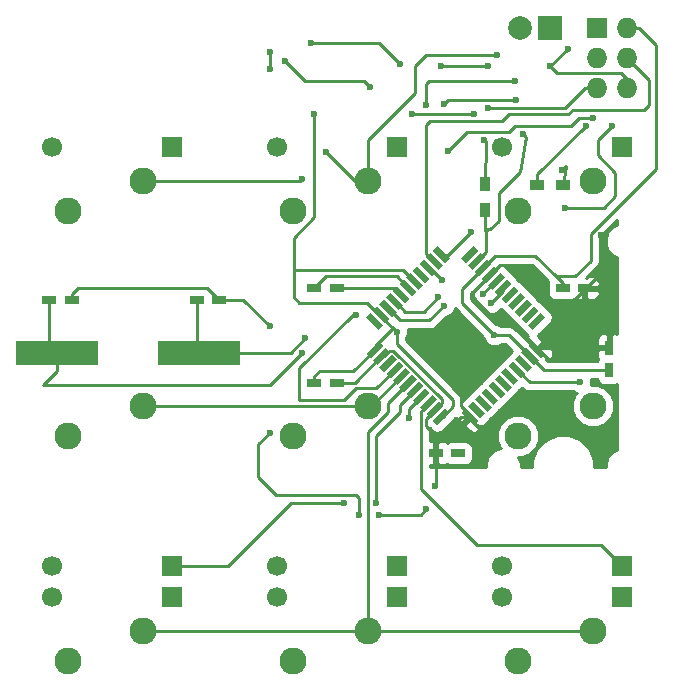
<source format=gbr>
G04 #@! TF.FileFunction,Copper,L2,Bot,Signal*
%FSLAX46Y46*%
G04 Gerber Fmt 4.6, Leading zero omitted, Abs format (unit mm)*
G04 Created by KiCad (PCBNEW 4.0.2-stable) date 4/25/2016 1:55:35 PM*
%MOMM*%
G01*
G04 APERTURE LIST*
%ADD10C,0.100000*%
%ADD11C,2.286000*%
%ADD12R,1.200000X0.750000*%
%ADD13R,0.750000X1.200000*%
%ADD14C,1.699260*%
%ADD15R,1.699260X1.699260*%
%ADD16R,2.000000X2.000000*%
%ADD17C,2.000000*%
%ADD18R,0.900000X1.200000*%
%ADD19R,1.727200X1.727200*%
%ADD20O,1.727200X1.727200*%
%ADD21R,7.000000X2.000000*%
%ADD22R,1.200000X0.900000*%
%ADD23C,0.600000*%
%ADD24C,0.250000*%
%ADD25C,0.254000*%
G04 APERTURE END LIST*
D10*
D11*
X72540000Y-113970000D03*
X66190000Y-116510000D03*
D12*
X64580509Y-104969491D03*
X66480509Y-104969491D03*
X77080509Y-104969491D03*
X78980509Y-104969491D03*
X87050000Y-104000000D03*
X88950000Y-104000000D03*
D13*
X112000000Y-110950000D03*
X112000000Y-109050000D03*
D12*
X108050000Y-104000000D03*
X109950000Y-104000000D03*
X87050000Y-112000000D03*
X88950000Y-112000000D03*
X99230509Y-117969491D03*
X97330509Y-117969491D03*
D14*
X64839480Y-92002540D03*
D15*
X74999480Y-92002540D03*
D14*
X64839480Y-127502540D03*
D15*
X74999480Y-127502540D03*
D14*
X64839480Y-130102540D03*
D15*
X74999480Y-130102540D03*
D14*
X83889480Y-92002540D03*
D15*
X94049480Y-92002540D03*
D14*
X83889480Y-127502540D03*
D15*
X94049480Y-127502540D03*
D14*
X83889480Y-130102540D03*
D15*
X94049480Y-130102540D03*
D14*
X102939480Y-92002540D03*
D15*
X113099480Y-92002540D03*
D14*
X102939480Y-127502540D03*
D15*
X113099480Y-127502540D03*
D14*
X102939480Y-130102540D03*
D15*
X113099480Y-130102540D03*
D16*
X107000000Y-82000000D03*
D17*
X104460000Y-82000000D03*
D18*
X101500000Y-97350000D03*
X101500000Y-95150000D03*
D11*
X72540000Y-94920000D03*
X66190000Y-97460000D03*
X72540000Y-133020000D03*
X66190000Y-135560000D03*
X91590000Y-94920000D03*
X85240000Y-97460000D03*
X91590000Y-113970000D03*
X85240000Y-116510000D03*
X91590000Y-133020000D03*
X85240000Y-135560000D03*
X110640000Y-94920000D03*
X104290000Y-97460000D03*
X110640000Y-113970000D03*
X104290000Y-116510000D03*
X110640000Y-133020000D03*
X104290000Y-135560000D03*
D10*
G36*
X91416280Y-106462042D02*
X91805188Y-106073134D01*
X92865848Y-107133794D01*
X92476940Y-107522702D01*
X91416280Y-106462042D01*
X91416280Y-106462042D01*
G37*
G36*
X91981966Y-105896357D02*
X92370874Y-105507449D01*
X93431534Y-106568109D01*
X93042626Y-106957017D01*
X91981966Y-105896357D01*
X91981966Y-105896357D01*
G37*
G36*
X92547651Y-105330672D02*
X92936559Y-104941764D01*
X93997219Y-106002424D01*
X93608311Y-106391332D01*
X92547651Y-105330672D01*
X92547651Y-105330672D01*
G37*
G36*
X93113336Y-104764986D02*
X93502244Y-104376078D01*
X94562904Y-105436738D01*
X94173996Y-105825646D01*
X93113336Y-104764986D01*
X93113336Y-104764986D01*
G37*
G36*
X93679022Y-104199301D02*
X94067930Y-103810393D01*
X95128590Y-104871053D01*
X94739682Y-105259961D01*
X93679022Y-104199301D01*
X93679022Y-104199301D01*
G37*
G36*
X94244707Y-103633615D02*
X94633615Y-103244707D01*
X95694275Y-104305367D01*
X95305367Y-104694275D01*
X94244707Y-103633615D01*
X94244707Y-103633615D01*
G37*
G36*
X94810393Y-103067930D02*
X95199301Y-102679022D01*
X96259961Y-103739682D01*
X95871053Y-104128590D01*
X94810393Y-103067930D01*
X94810393Y-103067930D01*
G37*
G36*
X95376078Y-102502244D02*
X95764986Y-102113336D01*
X96825646Y-103173996D01*
X96436738Y-103562904D01*
X95376078Y-102502244D01*
X95376078Y-102502244D01*
G37*
G36*
X95941764Y-101936559D02*
X96330672Y-101547651D01*
X97391332Y-102608311D01*
X97002424Y-102997219D01*
X95941764Y-101936559D01*
X95941764Y-101936559D01*
G37*
G36*
X96507449Y-101370874D02*
X96896357Y-100981966D01*
X97957017Y-102042626D01*
X97568109Y-102431534D01*
X96507449Y-101370874D01*
X96507449Y-101370874D01*
G37*
G36*
X97073134Y-100805188D02*
X97462042Y-100416280D01*
X98522702Y-101476940D01*
X98133794Y-101865848D01*
X97073134Y-100805188D01*
X97073134Y-100805188D01*
G37*
G36*
X100537958Y-100416280D02*
X100926866Y-100805188D01*
X99866206Y-101865848D01*
X99477298Y-101476940D01*
X100537958Y-100416280D01*
X100537958Y-100416280D01*
G37*
G36*
X101103643Y-100981966D02*
X101492551Y-101370874D01*
X100431891Y-102431534D01*
X100042983Y-102042626D01*
X101103643Y-100981966D01*
X101103643Y-100981966D01*
G37*
G36*
X101669328Y-101547651D02*
X102058236Y-101936559D01*
X100997576Y-102997219D01*
X100608668Y-102608311D01*
X101669328Y-101547651D01*
X101669328Y-101547651D01*
G37*
G36*
X102235014Y-102113336D02*
X102623922Y-102502244D01*
X101563262Y-103562904D01*
X101174354Y-103173996D01*
X102235014Y-102113336D01*
X102235014Y-102113336D01*
G37*
G36*
X102800699Y-102679022D02*
X103189607Y-103067930D01*
X102128947Y-104128590D01*
X101740039Y-103739682D01*
X102800699Y-102679022D01*
X102800699Y-102679022D01*
G37*
G36*
X103366385Y-103244707D02*
X103755293Y-103633615D01*
X102694633Y-104694275D01*
X102305725Y-104305367D01*
X103366385Y-103244707D01*
X103366385Y-103244707D01*
G37*
G36*
X103932070Y-103810393D02*
X104320978Y-104199301D01*
X103260318Y-105259961D01*
X102871410Y-104871053D01*
X103932070Y-103810393D01*
X103932070Y-103810393D01*
G37*
G36*
X104497756Y-104376078D02*
X104886664Y-104764986D01*
X103826004Y-105825646D01*
X103437096Y-105436738D01*
X104497756Y-104376078D01*
X104497756Y-104376078D01*
G37*
G36*
X105063441Y-104941764D02*
X105452349Y-105330672D01*
X104391689Y-106391332D01*
X104002781Y-106002424D01*
X105063441Y-104941764D01*
X105063441Y-104941764D01*
G37*
G36*
X105629126Y-105507449D02*
X106018034Y-105896357D01*
X104957374Y-106957017D01*
X104568466Y-106568109D01*
X105629126Y-105507449D01*
X105629126Y-105507449D01*
G37*
G36*
X106194812Y-106073134D02*
X106583720Y-106462042D01*
X105523060Y-107522702D01*
X105134152Y-107133794D01*
X106194812Y-106073134D01*
X106194812Y-106073134D01*
G37*
G36*
X105134152Y-108866206D02*
X105523060Y-108477298D01*
X106583720Y-109537958D01*
X106194812Y-109926866D01*
X105134152Y-108866206D01*
X105134152Y-108866206D01*
G37*
G36*
X104568466Y-109431891D02*
X104957374Y-109042983D01*
X106018034Y-110103643D01*
X105629126Y-110492551D01*
X104568466Y-109431891D01*
X104568466Y-109431891D01*
G37*
G36*
X104002781Y-109997576D02*
X104391689Y-109608668D01*
X105452349Y-110669328D01*
X105063441Y-111058236D01*
X104002781Y-109997576D01*
X104002781Y-109997576D01*
G37*
G36*
X103437096Y-110563262D02*
X103826004Y-110174354D01*
X104886664Y-111235014D01*
X104497756Y-111623922D01*
X103437096Y-110563262D01*
X103437096Y-110563262D01*
G37*
G36*
X102871410Y-111128947D02*
X103260318Y-110740039D01*
X104320978Y-111800699D01*
X103932070Y-112189607D01*
X102871410Y-111128947D01*
X102871410Y-111128947D01*
G37*
G36*
X102305725Y-111694633D02*
X102694633Y-111305725D01*
X103755293Y-112366385D01*
X103366385Y-112755293D01*
X102305725Y-111694633D01*
X102305725Y-111694633D01*
G37*
G36*
X101740039Y-112260318D02*
X102128947Y-111871410D01*
X103189607Y-112932070D01*
X102800699Y-113320978D01*
X101740039Y-112260318D01*
X101740039Y-112260318D01*
G37*
G36*
X101174354Y-112826004D02*
X101563262Y-112437096D01*
X102623922Y-113497756D01*
X102235014Y-113886664D01*
X101174354Y-112826004D01*
X101174354Y-112826004D01*
G37*
G36*
X100608668Y-113391689D02*
X100997576Y-113002781D01*
X102058236Y-114063441D01*
X101669328Y-114452349D01*
X100608668Y-113391689D01*
X100608668Y-113391689D01*
G37*
G36*
X100042983Y-113957374D02*
X100431891Y-113568466D01*
X101492551Y-114629126D01*
X101103643Y-115018034D01*
X100042983Y-113957374D01*
X100042983Y-113957374D01*
G37*
G36*
X99477298Y-114523060D02*
X99866206Y-114134152D01*
X100926866Y-115194812D01*
X100537958Y-115583720D01*
X99477298Y-114523060D01*
X99477298Y-114523060D01*
G37*
G36*
X98133794Y-114134152D02*
X98522702Y-114523060D01*
X97462042Y-115583720D01*
X97073134Y-115194812D01*
X98133794Y-114134152D01*
X98133794Y-114134152D01*
G37*
G36*
X97568109Y-113568466D02*
X97957017Y-113957374D01*
X96896357Y-115018034D01*
X96507449Y-114629126D01*
X97568109Y-113568466D01*
X97568109Y-113568466D01*
G37*
G36*
X97002424Y-113002781D02*
X97391332Y-113391689D01*
X96330672Y-114452349D01*
X95941764Y-114063441D01*
X97002424Y-113002781D01*
X97002424Y-113002781D01*
G37*
G36*
X96436738Y-112437096D02*
X96825646Y-112826004D01*
X95764986Y-113886664D01*
X95376078Y-113497756D01*
X96436738Y-112437096D01*
X96436738Y-112437096D01*
G37*
G36*
X95871053Y-111871410D02*
X96259961Y-112260318D01*
X95199301Y-113320978D01*
X94810393Y-112932070D01*
X95871053Y-111871410D01*
X95871053Y-111871410D01*
G37*
G36*
X95305367Y-111305725D02*
X95694275Y-111694633D01*
X94633615Y-112755293D01*
X94244707Y-112366385D01*
X95305367Y-111305725D01*
X95305367Y-111305725D01*
G37*
G36*
X94739682Y-110740039D02*
X95128590Y-111128947D01*
X94067930Y-112189607D01*
X93679022Y-111800699D01*
X94739682Y-110740039D01*
X94739682Y-110740039D01*
G37*
G36*
X94173996Y-110174354D02*
X94562904Y-110563262D01*
X93502244Y-111623922D01*
X93113336Y-111235014D01*
X94173996Y-110174354D01*
X94173996Y-110174354D01*
G37*
G36*
X93608311Y-109608668D02*
X93997219Y-109997576D01*
X92936559Y-111058236D01*
X92547651Y-110669328D01*
X93608311Y-109608668D01*
X93608311Y-109608668D01*
G37*
G36*
X93042626Y-109042983D02*
X93431534Y-109431891D01*
X92370874Y-110492551D01*
X91981966Y-110103643D01*
X93042626Y-109042983D01*
X93042626Y-109042983D01*
G37*
G36*
X92476940Y-108477298D02*
X92865848Y-108866206D01*
X91805188Y-109926866D01*
X91416280Y-109537958D01*
X92476940Y-108477298D01*
X92476940Y-108477298D01*
G37*
D19*
X111000000Y-82000000D03*
D20*
X113540000Y-82000000D03*
X111000000Y-84540000D03*
X113540000Y-84540000D03*
X111000000Y-87080000D03*
X113540000Y-87080000D03*
D21*
X65280509Y-109469491D03*
X77280509Y-109469491D03*
D22*
X105930509Y-95219491D03*
X108130509Y-95219491D03*
D23*
X86030509Y-109469491D03*
X102030509Y-105219491D03*
X83280509Y-107219491D03*
X83280509Y-116219491D03*
X90780509Y-123219491D03*
X92530509Y-123219491D03*
X96530509Y-122719491D03*
X97280509Y-120719491D03*
X83280509Y-83969491D03*
X83280509Y-85469491D03*
X102930509Y-106369491D03*
X99430509Y-110969491D03*
X108530509Y-83719491D03*
X107030509Y-85219491D03*
X86780509Y-83219491D03*
X94280509Y-84969491D03*
X96530509Y-88469491D03*
X104030509Y-86469491D03*
X111280509Y-99469491D03*
X86280509Y-108219491D03*
X101280509Y-104469491D03*
X92280509Y-122219491D03*
X89530509Y-122219491D03*
X95030509Y-114969491D03*
X110030509Y-90219491D03*
X98030509Y-105469491D03*
X97530509Y-104719491D03*
X98030509Y-88369491D03*
X104130509Y-88069491D03*
X104730509Y-90969491D03*
X101780509Y-88719491D03*
X101780509Y-85219491D03*
X97780509Y-85219491D03*
X90530509Y-106219491D03*
X102530509Y-84219491D03*
X88030509Y-92469491D03*
X86030509Y-94719491D03*
X97830509Y-103269491D03*
X98330509Y-92369491D03*
X110630509Y-89569491D03*
X112280509Y-90219491D03*
X108280509Y-97219491D03*
X100280509Y-99219491D03*
X84530509Y-84719491D03*
X91780509Y-86969491D03*
X95280509Y-89219491D03*
X100530509Y-89219491D03*
X101430509Y-91469491D03*
X87030509Y-89219491D03*
X94030509Y-107719491D03*
X102280509Y-107969491D03*
X108030509Y-93969491D03*
X109530509Y-111969491D03*
D24*
X103030509Y-103969491D02*
X103030509Y-104219491D01*
X103030509Y-104219491D02*
X102030509Y-105219491D01*
X65280509Y-110969491D02*
X65280509Y-109469491D01*
X64030509Y-112219491D02*
X65280509Y-110969491D01*
X83280509Y-112219491D02*
X64030509Y-112219491D01*
X86030509Y-109469491D02*
X83280509Y-112219491D01*
X64580509Y-104969491D02*
X64580509Y-108769491D01*
X64580509Y-108769491D02*
X65280509Y-109469491D01*
X66480509Y-104969491D02*
X66480509Y-104519491D01*
X77980509Y-103969491D02*
X78980509Y-104969491D01*
X67030509Y-103969491D02*
X77980509Y-103969491D01*
X66480509Y-104519491D02*
X67030509Y-103969491D01*
X97330509Y-117969491D02*
X97330509Y-120669491D01*
X81030509Y-104969491D02*
X78980509Y-104969491D01*
X83280509Y-107219491D02*
X81030509Y-104969491D01*
X82280509Y-117219491D02*
X83280509Y-116219491D01*
X82280509Y-119969491D02*
X82280509Y-117219491D01*
X83780509Y-121469491D02*
X82280509Y-119969491D01*
X90530509Y-121469491D02*
X83780509Y-121469491D01*
X90780509Y-121719491D02*
X90530509Y-121469491D01*
X90780509Y-123219491D02*
X90780509Y-121719491D01*
X96030509Y-123219491D02*
X92530509Y-123219491D01*
X96530509Y-122719491D02*
X96030509Y-123219491D01*
X97330509Y-120669491D02*
X97280509Y-120719491D01*
X83280509Y-85469491D02*
X83280509Y-83969491D01*
X113540000Y-87080000D02*
X113540000Y-86278982D01*
X113540000Y-86278982D02*
X113030509Y-85769491D01*
X113030509Y-85769491D02*
X107580509Y-85769491D01*
X107580509Y-85769491D02*
X107030509Y-85219491D01*
X102930509Y-106369491D02*
X102030509Y-106369491D01*
X100430509Y-104306749D02*
X101899138Y-102838120D01*
X100430509Y-104769491D02*
X100430509Y-104306749D01*
X102030509Y-106369491D02*
X100430509Y-104769491D01*
X100202082Y-114858936D02*
X100202082Y-114741064D01*
X100202082Y-114741064D02*
X99430509Y-113969491D01*
X102926345Y-106269491D02*
X105858936Y-109202082D01*
X102830509Y-106269491D02*
X102926345Y-106269491D01*
X102930509Y-106369491D02*
X102830509Y-106269491D01*
X99430509Y-113969491D02*
X99430509Y-110969491D01*
X100202082Y-114858936D02*
X99441064Y-114858936D01*
X99441064Y-114858936D02*
X97330509Y-116969491D01*
X92706750Y-109767767D02*
X92932233Y-109767767D01*
X92932233Y-109767767D02*
X93430509Y-109269491D01*
X97830509Y-113694974D02*
X97232233Y-114293250D01*
X97830509Y-113369491D02*
X97830509Y-113694974D01*
X93730509Y-109269491D02*
X97830509Y-113369491D01*
X93430509Y-109269491D02*
X93730509Y-109269491D01*
X107030509Y-85219491D02*
X108530509Y-83719491D01*
X92530509Y-83219491D02*
X86780509Y-83219491D01*
X94280509Y-84969491D02*
X92530509Y-83219491D01*
X96530509Y-86719491D02*
X96530509Y-88469491D01*
X96780509Y-86469491D02*
X96530509Y-86719491D01*
X104030509Y-86469491D02*
X96780509Y-86469491D01*
X112000000Y-109050000D02*
X112000000Y-103438982D01*
X112000000Y-103438982D02*
X111280509Y-102719491D01*
X111280509Y-99469491D02*
X111280509Y-102719491D01*
X111280509Y-102719491D02*
X110000000Y-104000000D01*
X110000000Y-104000000D02*
X109950000Y-104000000D01*
X97330509Y-117969491D02*
X97330509Y-116969491D01*
X97330509Y-116969491D02*
X97330509Y-116519491D01*
X96480511Y-115044972D02*
X97232233Y-114293250D01*
X96480511Y-115669493D02*
X96480511Y-115044972D01*
X97330509Y-116519491D02*
X96480511Y-115669493D01*
X112000000Y-109050000D02*
X106011018Y-109050000D01*
X106011018Y-109050000D02*
X105858936Y-109202082D01*
X88950000Y-112000000D02*
X90474517Y-112000000D01*
X90474517Y-112000000D02*
X92706750Y-109767767D01*
X106011018Y-109050000D02*
X105858936Y-109202082D01*
X109950000Y-104000000D02*
X109950000Y-104050000D01*
X109950000Y-104050000D02*
X108750000Y-105250000D01*
X102737258Y-102000000D02*
X101899138Y-102838120D01*
X104000000Y-102000000D02*
X102737258Y-102000000D01*
X107250000Y-105250000D02*
X104000000Y-102000000D01*
X108750000Y-105250000D02*
X107250000Y-105250000D01*
X102464823Y-103403806D02*
X102346194Y-103403806D01*
X102346194Y-103403806D02*
X101280509Y-104469491D01*
X85030509Y-109469491D02*
X77280509Y-109469491D01*
X86280509Y-108219491D02*
X85030509Y-109469491D01*
X77080509Y-104969491D02*
X77080509Y-109269491D01*
X77080509Y-109269491D02*
X77280509Y-109469491D01*
X94969491Y-103969491D02*
X94000000Y-103000000D01*
X88050000Y-103000000D02*
X87050000Y-104000000D01*
X94000000Y-103000000D02*
X88050000Y-103000000D01*
X88950000Y-104000000D02*
X93868629Y-104000000D01*
X93868629Y-104000000D02*
X94403806Y-104535177D01*
X74999480Y-127502540D02*
X79747460Y-127502540D01*
X94280509Y-113850862D02*
X95535177Y-112596194D01*
X94280509Y-114469491D02*
X94280509Y-113850862D01*
X92280509Y-116469491D02*
X94280509Y-114469491D01*
X92280509Y-122219491D02*
X92280509Y-116469491D01*
X85030509Y-122219491D02*
X89530509Y-122219491D01*
X79747460Y-127502540D02*
X85030509Y-122219491D01*
X96100862Y-113161880D02*
X96088120Y-113161880D01*
X96088120Y-113161880D02*
X95030509Y-114219491D01*
X95030509Y-114219491D02*
X95030509Y-114969491D01*
X96666548Y-113727565D02*
X96666548Y-113833452D01*
X96666548Y-113833452D02*
X96030509Y-114469491D01*
X96030509Y-114469491D02*
X96030509Y-120969491D01*
X96030509Y-120969491D02*
X100780509Y-125719491D01*
X100780509Y-125719491D02*
X111316431Y-125719491D01*
X111316431Y-125719491D02*
X113099480Y-127502540D01*
X105930509Y-95219491D02*
X105930509Y-94319491D01*
X105930509Y-94319491D02*
X110030509Y-90219491D01*
X94325378Y-106719491D02*
X93272435Y-105666548D01*
X96780509Y-106719491D02*
X94325378Y-106719491D01*
X98030509Y-105469491D02*
X96780509Y-106719491D01*
X94706749Y-105969491D02*
X93838120Y-105100862D01*
X96280509Y-105969491D02*
X94706749Y-105969491D01*
X97530509Y-104719491D02*
X96280509Y-105969491D01*
X101500000Y-99188982D02*
X101530509Y-99219491D01*
X101500000Y-97350000D02*
X101500000Y-99188982D01*
X101950002Y-98969491D02*
X101780509Y-98969491D01*
X98030509Y-88369491D02*
X98330509Y-88069491D01*
X98330509Y-88069491D02*
X104130509Y-88069491D01*
X104730509Y-90969491D02*
X104930509Y-91169491D01*
X104930509Y-91169491D02*
X104430509Y-94169491D01*
X104430509Y-94169491D02*
X102630509Y-95969491D01*
X102630509Y-95969491D02*
X102630509Y-98288984D01*
X102630509Y-98288984D02*
X101950002Y-98969491D01*
X101530509Y-100944008D02*
X100767767Y-101706750D01*
X101530509Y-99219491D02*
X101530509Y-100944008D01*
X101780509Y-98969491D02*
X101530509Y-99219491D01*
X108280509Y-88719491D02*
X101780509Y-88719491D01*
X109920000Y-87080000D02*
X108280509Y-88719491D01*
X97780509Y-85219491D02*
X101780509Y-85219491D01*
X111000000Y-87080000D02*
X109920000Y-87080000D01*
X93838120Y-110899138D02*
X93838120Y-110911880D01*
X93838120Y-110911880D02*
X92280509Y-112469491D01*
X92280509Y-112469491D02*
X90530509Y-112469491D01*
X90530509Y-112469491D02*
X89530509Y-113469491D01*
X89530509Y-113469491D02*
X85780509Y-113469491D01*
X85780509Y-113469491D02*
X85780509Y-110719491D01*
X85780509Y-110719491D02*
X90280509Y-106219491D01*
X90280509Y-106219491D02*
X90530509Y-106219491D01*
X91590000Y-94920000D02*
X91590000Y-91410000D01*
X96530509Y-84219491D02*
X102530509Y-84219491D01*
X95530509Y-85219491D02*
X96530509Y-84219491D01*
X95530509Y-87469491D02*
X95530509Y-85219491D01*
X91590000Y-91410000D02*
X95530509Y-87469491D01*
X72540000Y-94920000D02*
X85830000Y-94920000D01*
X88030509Y-92469491D02*
X90481018Y-94920000D01*
X85830000Y-94920000D02*
X86030509Y-94719491D01*
X90481018Y-94920000D02*
X91590000Y-94920000D01*
X72540000Y-113970000D02*
X91590000Y-113970000D01*
X91590000Y-113970000D02*
X91898629Y-113970000D01*
X91898629Y-113970000D02*
X94403806Y-111464823D01*
X91590000Y-133020000D02*
X91590000Y-116160000D01*
X93280509Y-113719491D02*
X94969491Y-112030509D01*
X93280509Y-114469491D02*
X93280509Y-113719491D01*
X91590000Y-116160000D02*
X93280509Y-114469491D01*
X91590000Y-133020000D02*
X110640000Y-133020000D01*
X72540000Y-133020000D02*
X91590000Y-133020000D01*
X96666548Y-102272435D02*
X96833453Y-102272435D01*
X96833453Y-102272435D02*
X97830509Y-103269491D01*
X98330509Y-92369491D02*
X99930509Y-90769491D01*
X99930509Y-90769491D02*
X103530509Y-90769491D01*
X103530509Y-90769491D02*
X104030509Y-90269491D01*
X104030509Y-90269491D02*
X108730509Y-90269491D01*
X108730509Y-90269491D02*
X109430509Y-89569491D01*
X109430509Y-89569491D02*
X110630509Y-89569491D01*
X97232233Y-101706750D02*
X97167768Y-101706750D01*
X97167768Y-101706750D02*
X96530509Y-101069491D01*
X96530509Y-101069491D02*
X96530509Y-90169491D01*
X96530509Y-90169491D02*
X96830509Y-89869491D01*
X96830509Y-89869491D02*
X102930509Y-89869491D01*
X102930509Y-89869491D02*
X103530509Y-89269491D01*
X103530509Y-89269491D02*
X108530509Y-89269491D01*
X108530509Y-89269491D02*
X108930509Y-88869491D01*
X108930509Y-88869491D02*
X114930509Y-88869491D01*
X114930509Y-88869491D02*
X115330509Y-88469491D01*
X115330509Y-88469491D02*
X115330509Y-86330509D01*
X115330509Y-86330509D02*
X113540000Y-84540000D01*
X112280509Y-90219491D02*
X111030509Y-91469491D01*
X111030509Y-91469491D02*
X111030509Y-92719491D01*
X111030509Y-92719491D02*
X112530509Y-94219491D01*
X112530509Y-94219491D02*
X112530509Y-96219491D01*
X112530509Y-96219491D02*
X111530509Y-97219491D01*
X111530509Y-97219491D02*
X108280509Y-97219491D01*
X100280509Y-99219491D02*
X98358936Y-101141064D01*
X98358936Y-101141064D02*
X97797918Y-101141064D01*
X86280509Y-86469491D02*
X84530509Y-84719491D01*
X91280509Y-86469491D02*
X86280509Y-86469491D01*
X91780509Y-86969491D02*
X91280509Y-86469491D01*
X113540000Y-82000000D02*
X114561018Y-82000000D01*
X109130509Y-102969491D02*
X107469491Y-102969491D01*
X110430509Y-101669491D02*
X109130509Y-102969491D01*
X110430509Y-99369491D02*
X110430509Y-101669491D01*
X115930509Y-93869491D02*
X110430509Y-99369491D01*
X115930509Y-83369491D02*
X115930509Y-93869491D01*
X114561018Y-82000000D02*
X115930509Y-83369491D01*
X92141064Y-109202082D02*
X92141064Y-108858936D01*
X92141064Y-108858936D02*
X93655509Y-107344491D01*
X101500000Y-95150000D02*
X101600000Y-91488982D01*
X100280509Y-89219491D02*
X95280509Y-89219491D01*
X100530509Y-89219491D02*
X100280509Y-89219491D01*
X101600000Y-91488982D02*
X101430509Y-91469491D01*
X85280509Y-102469491D02*
X85280509Y-99719491D01*
X87030509Y-97969491D02*
X87030509Y-89219491D01*
X85280509Y-99719491D02*
X87030509Y-97969491D01*
X112000000Y-110950000D02*
X106475483Y-110950000D01*
X106475483Y-110950000D02*
X105293250Y-109767767D01*
X95535177Y-103403806D02*
X95464824Y-103403806D01*
X95464824Y-103403806D02*
X94530509Y-102469491D01*
X94530509Y-102469491D02*
X85280509Y-102469491D01*
X97797918Y-114858936D02*
X97891064Y-114858936D01*
X97891064Y-114858936D02*
X98780509Y-113969491D01*
X94030509Y-108719491D02*
X94030509Y-107719491D01*
X98780509Y-113469491D02*
X94030509Y-108719491D01*
X98780509Y-113969491D02*
X98780509Y-113469491D01*
X105293250Y-109767767D02*
X105293250Y-109732232D01*
X105293250Y-109732232D02*
X103530509Y-107969491D01*
X103530509Y-107969491D02*
X102280509Y-107969491D01*
X92706750Y-106232233D02*
X92706750Y-106395732D01*
X92706750Y-106395732D02*
X93655509Y-107344491D01*
X93655509Y-107344491D02*
X94030509Y-107719491D01*
X99530509Y-104075378D02*
X101333452Y-102272435D01*
X102280509Y-107969491D02*
X99530509Y-105219491D01*
X99530509Y-105219491D02*
X99530509Y-104075378D01*
X85280509Y-102469491D02*
X85280509Y-104719491D01*
X85280509Y-104719491D02*
X85780509Y-105219491D01*
X85780509Y-105219491D02*
X91530509Y-105219491D01*
X91530509Y-105219491D02*
X92543251Y-106232233D01*
X92543251Y-106232233D02*
X92706750Y-106232233D01*
X87050000Y-112000000D02*
X87050000Y-111450000D01*
X90343146Y-111000000D02*
X92141064Y-109202082D01*
X87500000Y-111000000D02*
X90343146Y-111000000D01*
X87050000Y-111450000D02*
X87500000Y-111000000D01*
X97797918Y-114858936D02*
X97591064Y-114858936D01*
X108050000Y-104000000D02*
X108050000Y-103550000D01*
X102355887Y-101250000D02*
X101333452Y-102272435D01*
X105750000Y-101250000D02*
X102355887Y-101250000D01*
X108050000Y-103550000D02*
X107469491Y-102969491D01*
X107469491Y-102969491D02*
X105750000Y-101250000D01*
X104161880Y-110899138D02*
X104210156Y-110899138D01*
X104210156Y-110899138D02*
X105280509Y-111969491D01*
X108380509Y-93619491D02*
X108130509Y-95219491D01*
X108030509Y-93969491D02*
X108380509Y-93619491D01*
X105280509Y-111969491D02*
X109530509Y-111969491D01*
X104161880Y-110899138D02*
X104149138Y-110899138D01*
D25*
G36*
X111021838Y-111785317D02*
X111160910Y-112001441D01*
X111373110Y-112146431D01*
X111625000Y-112197440D01*
X112375000Y-112197440D01*
X112610317Y-112153162D01*
X112653509Y-112125369D01*
X112653509Y-117659795D01*
X112339405Y-117789580D01*
X111921049Y-118207206D01*
X111694358Y-118753139D01*
X111694062Y-119092491D01*
X110728863Y-119092491D01*
X110729355Y-118529374D01*
X110329972Y-117562793D01*
X109591096Y-116822627D01*
X108625215Y-116421558D01*
X107579374Y-116420645D01*
X106612793Y-116820028D01*
X105872627Y-117558904D01*
X105471558Y-118524785D01*
X105471062Y-119092491D01*
X104505864Y-119092491D01*
X104506158Y-118755733D01*
X104312903Y-118288021D01*
X104642114Y-118288308D01*
X105295840Y-118018194D01*
X105796436Y-117518471D01*
X106067691Y-116865218D01*
X106068308Y-116157886D01*
X105798194Y-115504160D01*
X105298471Y-115003564D01*
X104645218Y-114732309D01*
X103937886Y-114731692D01*
X103284160Y-115001806D01*
X102783564Y-115501529D01*
X102512309Y-116154782D01*
X102511692Y-116862114D01*
X102781806Y-117515840D01*
X102829815Y-117563933D01*
X102725733Y-117563842D01*
X102179405Y-117789580D01*
X101761049Y-118207206D01*
X101534358Y-118753139D01*
X101534062Y-119092491D01*
X96790509Y-119092491D01*
X96790509Y-118979491D01*
X97044759Y-118979491D01*
X97203509Y-118820741D01*
X97203509Y-118096491D01*
X97183509Y-118096491D01*
X97183509Y-117842491D01*
X97203509Y-117842491D01*
X97203509Y-117118241D01*
X97457509Y-117118241D01*
X97457509Y-117842491D01*
X97477509Y-117842491D01*
X97477509Y-118096491D01*
X97457509Y-118096491D01*
X97457509Y-118820741D01*
X97616259Y-118979491D01*
X98056818Y-118979491D01*
X98290207Y-118882818D01*
X98291577Y-118881448D01*
X98378619Y-118940922D01*
X98630509Y-118991931D01*
X99830509Y-118991931D01*
X100065826Y-118947653D01*
X100281950Y-118808581D01*
X100426940Y-118596381D01*
X100477949Y-118344491D01*
X100477949Y-117594491D01*
X100433671Y-117359174D01*
X100294599Y-117143050D01*
X100082399Y-116998060D01*
X99830509Y-116947051D01*
X98630509Y-116947051D01*
X98395192Y-116991329D01*
X98291863Y-117057820D01*
X98290207Y-117056164D01*
X98056818Y-116959491D01*
X97616259Y-116959491D01*
X97457509Y-117118241D01*
X97203509Y-117118241D01*
X97044759Y-116959491D01*
X96790509Y-116959491D01*
X96790509Y-115827805D01*
X97004233Y-116041529D01*
X97201936Y-116176614D01*
X97453098Y-116231098D01*
X97705669Y-116183574D01*
X97919851Y-116041529D01*
X98481427Y-115479953D01*
X99760671Y-115479953D01*
X99760671Y-115704459D01*
X100178259Y-116122047D01*
X100411648Y-116218720D01*
X100664267Y-116218721D01*
X100897656Y-116122048D01*
X100979369Y-116040335D01*
X100979369Y-115815828D01*
X100202082Y-115038541D01*
X99760671Y-115479953D01*
X98481427Y-115479953D01*
X98980511Y-114980869D01*
X99003474Y-114947262D01*
X99356559Y-115300347D01*
X99581065Y-115300347D01*
X100022477Y-114858936D01*
X100008335Y-114844794D01*
X100011560Y-114841569D01*
X100645834Y-115475843D01*
X100843537Y-115610928D01*
X101094699Y-115665412D01*
X101249827Y-115636223D01*
X101383481Y-115636223D01*
X101465194Y-115554510D01*
X101473663Y-115534065D01*
X101561452Y-115475843D01*
X101950360Y-115086935D01*
X102024751Y-114978060D01*
X102127137Y-114910158D01*
X102516045Y-114521250D01*
X102590435Y-114412376D01*
X102692823Y-114344473D01*
X103081731Y-113955565D01*
X103156124Y-113846688D01*
X103258508Y-113778787D01*
X103647416Y-113389879D01*
X103721806Y-113281005D01*
X103824194Y-113213102D01*
X104213102Y-112824194D01*
X104287495Y-112715317D01*
X104389879Y-112647416D01*
X104636756Y-112400540D01*
X104743108Y-112506892D01*
X104989670Y-112671639D01*
X105280509Y-112729491D01*
X108968046Y-112729491D01*
X109000182Y-112761683D01*
X109235765Y-112859506D01*
X109133564Y-112961529D01*
X108862309Y-113614782D01*
X108861692Y-114322114D01*
X109131806Y-114975840D01*
X109631529Y-115476436D01*
X110284782Y-115747691D01*
X110992114Y-115748308D01*
X111645840Y-115478194D01*
X112146436Y-114978471D01*
X112417691Y-114325218D01*
X112418308Y-113617886D01*
X112148194Y-112964160D01*
X111648471Y-112463564D01*
X110995218Y-112192309D01*
X110450588Y-112191834D01*
X110465347Y-112156290D01*
X110465671Y-111784324D01*
X110434961Y-111710000D01*
X111007666Y-111710000D01*
X111021838Y-111785317D01*
X111021838Y-111785317D01*
G37*
X111021838Y-111785317D02*
X111160910Y-112001441D01*
X111373110Y-112146431D01*
X111625000Y-112197440D01*
X112375000Y-112197440D01*
X112610317Y-112153162D01*
X112653509Y-112125369D01*
X112653509Y-117659795D01*
X112339405Y-117789580D01*
X111921049Y-118207206D01*
X111694358Y-118753139D01*
X111694062Y-119092491D01*
X110728863Y-119092491D01*
X110729355Y-118529374D01*
X110329972Y-117562793D01*
X109591096Y-116822627D01*
X108625215Y-116421558D01*
X107579374Y-116420645D01*
X106612793Y-116820028D01*
X105872627Y-117558904D01*
X105471558Y-118524785D01*
X105471062Y-119092491D01*
X104505864Y-119092491D01*
X104506158Y-118755733D01*
X104312903Y-118288021D01*
X104642114Y-118288308D01*
X105295840Y-118018194D01*
X105796436Y-117518471D01*
X106067691Y-116865218D01*
X106068308Y-116157886D01*
X105798194Y-115504160D01*
X105298471Y-115003564D01*
X104645218Y-114732309D01*
X103937886Y-114731692D01*
X103284160Y-115001806D01*
X102783564Y-115501529D01*
X102512309Y-116154782D01*
X102511692Y-116862114D01*
X102781806Y-117515840D01*
X102829815Y-117563933D01*
X102725733Y-117563842D01*
X102179405Y-117789580D01*
X101761049Y-118207206D01*
X101534358Y-118753139D01*
X101534062Y-119092491D01*
X96790509Y-119092491D01*
X96790509Y-118979491D01*
X97044759Y-118979491D01*
X97203509Y-118820741D01*
X97203509Y-118096491D01*
X97183509Y-118096491D01*
X97183509Y-117842491D01*
X97203509Y-117842491D01*
X97203509Y-117118241D01*
X97457509Y-117118241D01*
X97457509Y-117842491D01*
X97477509Y-117842491D01*
X97477509Y-118096491D01*
X97457509Y-118096491D01*
X97457509Y-118820741D01*
X97616259Y-118979491D01*
X98056818Y-118979491D01*
X98290207Y-118882818D01*
X98291577Y-118881448D01*
X98378619Y-118940922D01*
X98630509Y-118991931D01*
X99830509Y-118991931D01*
X100065826Y-118947653D01*
X100281950Y-118808581D01*
X100426940Y-118596381D01*
X100477949Y-118344491D01*
X100477949Y-117594491D01*
X100433671Y-117359174D01*
X100294599Y-117143050D01*
X100082399Y-116998060D01*
X99830509Y-116947051D01*
X98630509Y-116947051D01*
X98395192Y-116991329D01*
X98291863Y-117057820D01*
X98290207Y-117056164D01*
X98056818Y-116959491D01*
X97616259Y-116959491D01*
X97457509Y-117118241D01*
X97203509Y-117118241D01*
X97044759Y-116959491D01*
X96790509Y-116959491D01*
X96790509Y-115827805D01*
X97004233Y-116041529D01*
X97201936Y-116176614D01*
X97453098Y-116231098D01*
X97705669Y-116183574D01*
X97919851Y-116041529D01*
X98481427Y-115479953D01*
X99760671Y-115479953D01*
X99760671Y-115704459D01*
X100178259Y-116122047D01*
X100411648Y-116218720D01*
X100664267Y-116218721D01*
X100897656Y-116122048D01*
X100979369Y-116040335D01*
X100979369Y-115815828D01*
X100202082Y-115038541D01*
X99760671Y-115479953D01*
X98481427Y-115479953D01*
X98980511Y-114980869D01*
X99003474Y-114947262D01*
X99356559Y-115300347D01*
X99581065Y-115300347D01*
X100022477Y-114858936D01*
X100008335Y-114844794D01*
X100011560Y-114841569D01*
X100645834Y-115475843D01*
X100843537Y-115610928D01*
X101094699Y-115665412D01*
X101249827Y-115636223D01*
X101383481Y-115636223D01*
X101465194Y-115554510D01*
X101473663Y-115534065D01*
X101561452Y-115475843D01*
X101950360Y-115086935D01*
X102024751Y-114978060D01*
X102127137Y-114910158D01*
X102516045Y-114521250D01*
X102590435Y-114412376D01*
X102692823Y-114344473D01*
X103081731Y-113955565D01*
X103156124Y-113846688D01*
X103258508Y-113778787D01*
X103647416Y-113389879D01*
X103721806Y-113281005D01*
X103824194Y-113213102D01*
X104213102Y-112824194D01*
X104287495Y-112715317D01*
X104389879Y-112647416D01*
X104636756Y-112400540D01*
X104743108Y-112506892D01*
X104989670Y-112671639D01*
X105280509Y-112729491D01*
X108968046Y-112729491D01*
X109000182Y-112761683D01*
X109235765Y-112859506D01*
X109133564Y-112961529D01*
X108862309Y-113614782D01*
X108861692Y-114322114D01*
X109131806Y-114975840D01*
X109631529Y-115476436D01*
X110284782Y-115747691D01*
X110992114Y-115748308D01*
X111645840Y-115478194D01*
X112146436Y-114978471D01*
X112417691Y-114325218D01*
X112418308Y-113617886D01*
X112148194Y-112964160D01*
X111648471Y-112463564D01*
X110995218Y-112192309D01*
X110450588Y-112191834D01*
X110465347Y-112156290D01*
X110465671Y-111784324D01*
X110434961Y-111710000D01*
X111007666Y-111710000D01*
X111021838Y-111785317D01*
G36*
X98993108Y-105756892D02*
X101345387Y-108109171D01*
X101345347Y-108154658D01*
X101487392Y-108498434D01*
X101750182Y-108761683D01*
X102093710Y-108904329D01*
X102465676Y-108904653D01*
X102809452Y-108762608D01*
X102842627Y-108729491D01*
X103215707Y-108729491D01*
X103785478Y-109299262D01*
X103544972Y-109539767D01*
X103470579Y-109648644D01*
X103368195Y-109716545D01*
X102979287Y-110105453D01*
X102904897Y-110214327D01*
X102802509Y-110282230D01*
X102413601Y-110671138D01*
X102339208Y-110780015D01*
X102236824Y-110847916D01*
X101847916Y-111236824D01*
X101773526Y-111345698D01*
X101671138Y-111413601D01*
X101282230Y-111802509D01*
X101207837Y-111911386D01*
X101105453Y-111979287D01*
X100716545Y-112368195D01*
X100642155Y-112477069D01*
X100539767Y-112544972D01*
X100150859Y-112933880D01*
X100076468Y-113042755D01*
X99974082Y-113110657D01*
X99585174Y-113499565D01*
X99540509Y-113564934D01*
X99540509Y-113469491D01*
X99482657Y-113178652D01*
X99482657Y-113178651D01*
X99317910Y-112932090D01*
X94790509Y-108404689D01*
X94790509Y-108281954D01*
X94822701Y-108249818D01*
X94965347Y-107906290D01*
X94965671Y-107534324D01*
X94943015Y-107479491D01*
X96780509Y-107479491D01*
X97071348Y-107421639D01*
X97317910Y-107256892D01*
X98170189Y-106404613D01*
X98215676Y-106404653D01*
X98559452Y-106262608D01*
X98822701Y-105999818D01*
X98950224Y-105692711D01*
X98993108Y-105756892D01*
X98993108Y-105756892D01*
G37*
X98993108Y-105756892D02*
X101345387Y-108109171D01*
X101345347Y-108154658D01*
X101487392Y-108498434D01*
X101750182Y-108761683D01*
X102093710Y-108904329D01*
X102465676Y-108904653D01*
X102809452Y-108762608D01*
X102842627Y-108729491D01*
X103215707Y-108729491D01*
X103785478Y-109299262D01*
X103544972Y-109539767D01*
X103470579Y-109648644D01*
X103368195Y-109716545D01*
X102979287Y-110105453D01*
X102904897Y-110214327D01*
X102802509Y-110282230D01*
X102413601Y-110671138D01*
X102339208Y-110780015D01*
X102236824Y-110847916D01*
X101847916Y-111236824D01*
X101773526Y-111345698D01*
X101671138Y-111413601D01*
X101282230Y-111802509D01*
X101207837Y-111911386D01*
X101105453Y-111979287D01*
X100716545Y-112368195D01*
X100642155Y-112477069D01*
X100539767Y-112544972D01*
X100150859Y-112933880D01*
X100076468Y-113042755D01*
X99974082Y-113110657D01*
X99585174Y-113499565D01*
X99540509Y-113564934D01*
X99540509Y-113469491D01*
X99482657Y-113178652D01*
X99482657Y-113178651D01*
X99317910Y-112932090D01*
X94790509Y-108404689D01*
X94790509Y-108281954D01*
X94822701Y-108249818D01*
X94965347Y-107906290D01*
X94965671Y-107534324D01*
X94943015Y-107479491D01*
X96780509Y-107479491D01*
X97071348Y-107421639D01*
X97317910Y-107256892D01*
X98170189Y-106404613D01*
X98215676Y-106404653D01*
X98559452Y-106262608D01*
X98822701Y-105999818D01*
X98950224Y-105692711D01*
X98993108Y-105756892D01*
G36*
X89077000Y-111873000D02*
X89097000Y-111873000D01*
X89097000Y-112127000D01*
X89077000Y-112127000D01*
X89077000Y-112147000D01*
X88823000Y-112147000D01*
X88823000Y-112127000D01*
X88803000Y-112127000D01*
X88803000Y-111873000D01*
X88823000Y-111873000D01*
X88823000Y-111853000D01*
X89077000Y-111853000D01*
X89077000Y-111873000D01*
X89077000Y-111873000D01*
G37*
X89077000Y-111873000D02*
X89097000Y-111873000D01*
X89097000Y-112127000D01*
X89077000Y-112127000D01*
X89077000Y-112147000D01*
X88823000Y-112147000D01*
X88823000Y-112127000D01*
X88803000Y-112127000D01*
X88803000Y-111873000D01*
X88823000Y-111873000D01*
X88823000Y-111853000D01*
X89077000Y-111853000D01*
X89077000Y-111873000D01*
G36*
X112653509Y-98609795D02*
X112339405Y-98739580D01*
X111921049Y-99157206D01*
X111694358Y-99703139D01*
X111693842Y-100294267D01*
X111919580Y-100840595D01*
X112337206Y-101258951D01*
X112653509Y-101390291D01*
X112653509Y-107878043D01*
X112501310Y-107815000D01*
X112285750Y-107815000D01*
X112127000Y-107973750D01*
X112127000Y-108923000D01*
X112147000Y-108923000D01*
X112147000Y-109177000D01*
X112127000Y-109177000D01*
X112127000Y-109197000D01*
X111873000Y-109197000D01*
X111873000Y-109177000D01*
X111148750Y-109177000D01*
X110990000Y-109335750D01*
X110990000Y-109776309D01*
X111086673Y-110009698D01*
X111088043Y-110011068D01*
X111028569Y-110098110D01*
X111009961Y-110190000D01*
X106790285Y-110190000D01*
X106654412Y-110054127D01*
X106617888Y-109860016D01*
X106475843Y-109645834D01*
X106032091Y-109202082D01*
X106038541Y-109202082D01*
X106815828Y-109979369D01*
X107040335Y-109979369D01*
X107122048Y-109897656D01*
X107218721Y-109664267D01*
X107218720Y-109411648D01*
X107122047Y-109178259D01*
X106704459Y-108760671D01*
X106479953Y-108760671D01*
X106038541Y-109202082D01*
X106032091Y-109202082D01*
X105415183Y-108585174D01*
X105217480Y-108450089D01*
X105049461Y-108413641D01*
X104067910Y-107432090D01*
X103821348Y-107267343D01*
X103530509Y-107209491D01*
X102842972Y-107209491D01*
X102810836Y-107177299D01*
X102467308Y-107034653D01*
X102420432Y-107034612D01*
X100290509Y-104904689D01*
X100290509Y-104390180D01*
X100345625Y-104335064D01*
X100345347Y-104654658D01*
X100487392Y-104998434D01*
X100750182Y-105261683D01*
X101093710Y-105404329D01*
X101095347Y-105404330D01*
X101095347Y-105404658D01*
X101237392Y-105748434D01*
X101500182Y-106011683D01*
X101843710Y-106154329D01*
X102215676Y-106154653D01*
X102559452Y-106012608D01*
X102822701Y-105749818D01*
X102828605Y-105735600D01*
X102911386Y-105792163D01*
X102979287Y-105894547D01*
X103368195Y-106283455D01*
X103477069Y-106357845D01*
X103544972Y-106460233D01*
X103933880Y-106849141D01*
X104042755Y-106923532D01*
X104110657Y-107025918D01*
X104499565Y-107414826D01*
X104608442Y-107489219D01*
X104676343Y-107591603D01*
X105065251Y-107980511D01*
X105098858Y-108003474D01*
X105081649Y-108020683D01*
X105081649Y-108245190D01*
X105858936Y-109022477D01*
X106300347Y-108581065D01*
X106300347Y-108356559D01*
X106267479Y-108323691D01*
X110990000Y-108323691D01*
X110990000Y-108764250D01*
X111148750Y-108923000D01*
X111873000Y-108923000D01*
X111873000Y-107973750D01*
X111714250Y-107815000D01*
X111498690Y-107815000D01*
X111265301Y-107911673D01*
X111086673Y-108090302D01*
X110990000Y-108323691D01*
X106267479Y-108323691D01*
X105946856Y-108003068D01*
X105980869Y-107980511D01*
X107041529Y-106919851D01*
X107176614Y-106722148D01*
X107231098Y-106470986D01*
X107183574Y-106218415D01*
X107041529Y-106004233D01*
X106652621Y-105615325D01*
X106543744Y-105540932D01*
X106475843Y-105438548D01*
X106086935Y-105049640D01*
X105978060Y-104975249D01*
X105910158Y-104872863D01*
X105521250Y-104483955D01*
X105412376Y-104409565D01*
X105344473Y-104307177D01*
X104955565Y-103918269D01*
X104846688Y-103843876D01*
X104778787Y-103741492D01*
X104389879Y-103352584D01*
X104281005Y-103278194D01*
X104213102Y-103175806D01*
X103824194Y-102786898D01*
X103715317Y-102712505D01*
X103647416Y-102610121D01*
X103258508Y-102221213D01*
X103169701Y-102160533D01*
X103162250Y-102142546D01*
X103080537Y-102060833D01*
X102944199Y-102060833D01*
X102871749Y-102045117D01*
X102906866Y-102010000D01*
X105435198Y-102010000D01*
X106844263Y-103419066D01*
X106802560Y-103625000D01*
X106802560Y-104375000D01*
X106846838Y-104610317D01*
X106985910Y-104826441D01*
X107198110Y-104971431D01*
X107450000Y-105022440D01*
X108650000Y-105022440D01*
X108885317Y-104978162D01*
X108988646Y-104911671D01*
X108990302Y-104913327D01*
X109223691Y-105010000D01*
X109664250Y-105010000D01*
X109823000Y-104851250D01*
X109823000Y-104127000D01*
X110077000Y-104127000D01*
X110077000Y-104851250D01*
X110235750Y-105010000D01*
X110676309Y-105010000D01*
X110909698Y-104913327D01*
X111088327Y-104734699D01*
X111185000Y-104501310D01*
X111185000Y-104285750D01*
X111026250Y-104127000D01*
X110077000Y-104127000D01*
X109823000Y-104127000D01*
X109803000Y-104127000D01*
X109803000Y-103873000D01*
X109823000Y-103873000D01*
X109823000Y-103853000D01*
X110077000Y-103853000D01*
X110077000Y-103873000D01*
X111026250Y-103873000D01*
X111185000Y-103714250D01*
X111185000Y-103498690D01*
X111088327Y-103265301D01*
X110909698Y-103086673D01*
X110676309Y-102990000D01*
X110235750Y-102990000D01*
X110077002Y-103148748D01*
X110077002Y-103097800D01*
X110967910Y-102206892D01*
X111132657Y-101960330D01*
X111190509Y-101669491D01*
X111190509Y-99684293D01*
X112653509Y-98221293D01*
X112653509Y-98609795D01*
X112653509Y-98609795D01*
G37*
X112653509Y-98609795D02*
X112339405Y-98739580D01*
X111921049Y-99157206D01*
X111694358Y-99703139D01*
X111693842Y-100294267D01*
X111919580Y-100840595D01*
X112337206Y-101258951D01*
X112653509Y-101390291D01*
X112653509Y-107878043D01*
X112501310Y-107815000D01*
X112285750Y-107815000D01*
X112127000Y-107973750D01*
X112127000Y-108923000D01*
X112147000Y-108923000D01*
X112147000Y-109177000D01*
X112127000Y-109177000D01*
X112127000Y-109197000D01*
X111873000Y-109197000D01*
X111873000Y-109177000D01*
X111148750Y-109177000D01*
X110990000Y-109335750D01*
X110990000Y-109776309D01*
X111086673Y-110009698D01*
X111088043Y-110011068D01*
X111028569Y-110098110D01*
X111009961Y-110190000D01*
X106790285Y-110190000D01*
X106654412Y-110054127D01*
X106617888Y-109860016D01*
X106475843Y-109645834D01*
X106032091Y-109202082D01*
X106038541Y-109202082D01*
X106815828Y-109979369D01*
X107040335Y-109979369D01*
X107122048Y-109897656D01*
X107218721Y-109664267D01*
X107218720Y-109411648D01*
X107122047Y-109178259D01*
X106704459Y-108760671D01*
X106479953Y-108760671D01*
X106038541Y-109202082D01*
X106032091Y-109202082D01*
X105415183Y-108585174D01*
X105217480Y-108450089D01*
X105049461Y-108413641D01*
X104067910Y-107432090D01*
X103821348Y-107267343D01*
X103530509Y-107209491D01*
X102842972Y-107209491D01*
X102810836Y-107177299D01*
X102467308Y-107034653D01*
X102420432Y-107034612D01*
X100290509Y-104904689D01*
X100290509Y-104390180D01*
X100345625Y-104335064D01*
X100345347Y-104654658D01*
X100487392Y-104998434D01*
X100750182Y-105261683D01*
X101093710Y-105404329D01*
X101095347Y-105404330D01*
X101095347Y-105404658D01*
X101237392Y-105748434D01*
X101500182Y-106011683D01*
X101843710Y-106154329D01*
X102215676Y-106154653D01*
X102559452Y-106012608D01*
X102822701Y-105749818D01*
X102828605Y-105735600D01*
X102911386Y-105792163D01*
X102979287Y-105894547D01*
X103368195Y-106283455D01*
X103477069Y-106357845D01*
X103544972Y-106460233D01*
X103933880Y-106849141D01*
X104042755Y-106923532D01*
X104110657Y-107025918D01*
X104499565Y-107414826D01*
X104608442Y-107489219D01*
X104676343Y-107591603D01*
X105065251Y-107980511D01*
X105098858Y-108003474D01*
X105081649Y-108020683D01*
X105081649Y-108245190D01*
X105858936Y-109022477D01*
X106300347Y-108581065D01*
X106300347Y-108356559D01*
X106267479Y-108323691D01*
X110990000Y-108323691D01*
X110990000Y-108764250D01*
X111148750Y-108923000D01*
X111873000Y-108923000D01*
X111873000Y-107973750D01*
X111714250Y-107815000D01*
X111498690Y-107815000D01*
X111265301Y-107911673D01*
X111086673Y-108090302D01*
X110990000Y-108323691D01*
X106267479Y-108323691D01*
X105946856Y-108003068D01*
X105980869Y-107980511D01*
X107041529Y-106919851D01*
X107176614Y-106722148D01*
X107231098Y-106470986D01*
X107183574Y-106218415D01*
X107041529Y-106004233D01*
X106652621Y-105615325D01*
X106543744Y-105540932D01*
X106475843Y-105438548D01*
X106086935Y-105049640D01*
X105978060Y-104975249D01*
X105910158Y-104872863D01*
X105521250Y-104483955D01*
X105412376Y-104409565D01*
X105344473Y-104307177D01*
X104955565Y-103918269D01*
X104846688Y-103843876D01*
X104778787Y-103741492D01*
X104389879Y-103352584D01*
X104281005Y-103278194D01*
X104213102Y-103175806D01*
X103824194Y-102786898D01*
X103715317Y-102712505D01*
X103647416Y-102610121D01*
X103258508Y-102221213D01*
X103169701Y-102160533D01*
X103162250Y-102142546D01*
X103080537Y-102060833D01*
X102944199Y-102060833D01*
X102871749Y-102045117D01*
X102906866Y-102010000D01*
X105435198Y-102010000D01*
X106844263Y-103419066D01*
X106802560Y-103625000D01*
X106802560Y-104375000D01*
X106846838Y-104610317D01*
X106985910Y-104826441D01*
X107198110Y-104971431D01*
X107450000Y-105022440D01*
X108650000Y-105022440D01*
X108885317Y-104978162D01*
X108988646Y-104911671D01*
X108990302Y-104913327D01*
X109223691Y-105010000D01*
X109664250Y-105010000D01*
X109823000Y-104851250D01*
X109823000Y-104127000D01*
X110077000Y-104127000D01*
X110077000Y-104851250D01*
X110235750Y-105010000D01*
X110676309Y-105010000D01*
X110909698Y-104913327D01*
X111088327Y-104734699D01*
X111185000Y-104501310D01*
X111185000Y-104285750D01*
X111026250Y-104127000D01*
X110077000Y-104127000D01*
X109823000Y-104127000D01*
X109803000Y-104127000D01*
X109803000Y-103873000D01*
X109823000Y-103873000D01*
X109823000Y-103853000D01*
X110077000Y-103853000D01*
X110077000Y-103873000D01*
X111026250Y-103873000D01*
X111185000Y-103714250D01*
X111185000Y-103498690D01*
X111088327Y-103265301D01*
X110909698Y-103086673D01*
X110676309Y-102990000D01*
X110235750Y-102990000D01*
X110077002Y-103148748D01*
X110077002Y-103097800D01*
X110967910Y-102206892D01*
X111132657Y-101960330D01*
X111190509Y-101669491D01*
X111190509Y-99684293D01*
X112653509Y-98221293D01*
X112653509Y-98609795D01*
M02*

</source>
